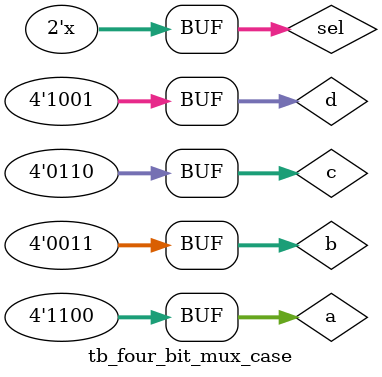
<source format=v>
`timescale 1ns / 1ps


module tb_four_bit_mux_case;

	// Inputs
	reg [1:0] sel;
	reg [3:0] a;
	reg [3:0] b;
	reg [3:0] c;
	reg [3:0] d;

	// Outputs
	wire [3:0] y;

	// Instantiate the Unit Under Test (UUT)
	four_bit_mux_case uut (
		.sel(sel), 
		.a(a), 
		.b(b), 
		.c(c), 
		.d(d), 
		.y(y)
	);

	initial begin
		// Initialize Inputs
		a = 4'b0001; 
		b = 4'b0010; 
		c = 4'b0100; 
		d = 4'b1000;
		
		#80
	
		a = 4'b1100; 
		b = 4'b0011; 
		c = 4'b0110; 
		d = 4'b1001;

		// Wait 100 ns for global reset to finish
        
		// Add stimulus here
		
	end
	
	initial sel = 2'b00;
	
	always #20 sel = sel + 1;
      
endmodule


</source>
